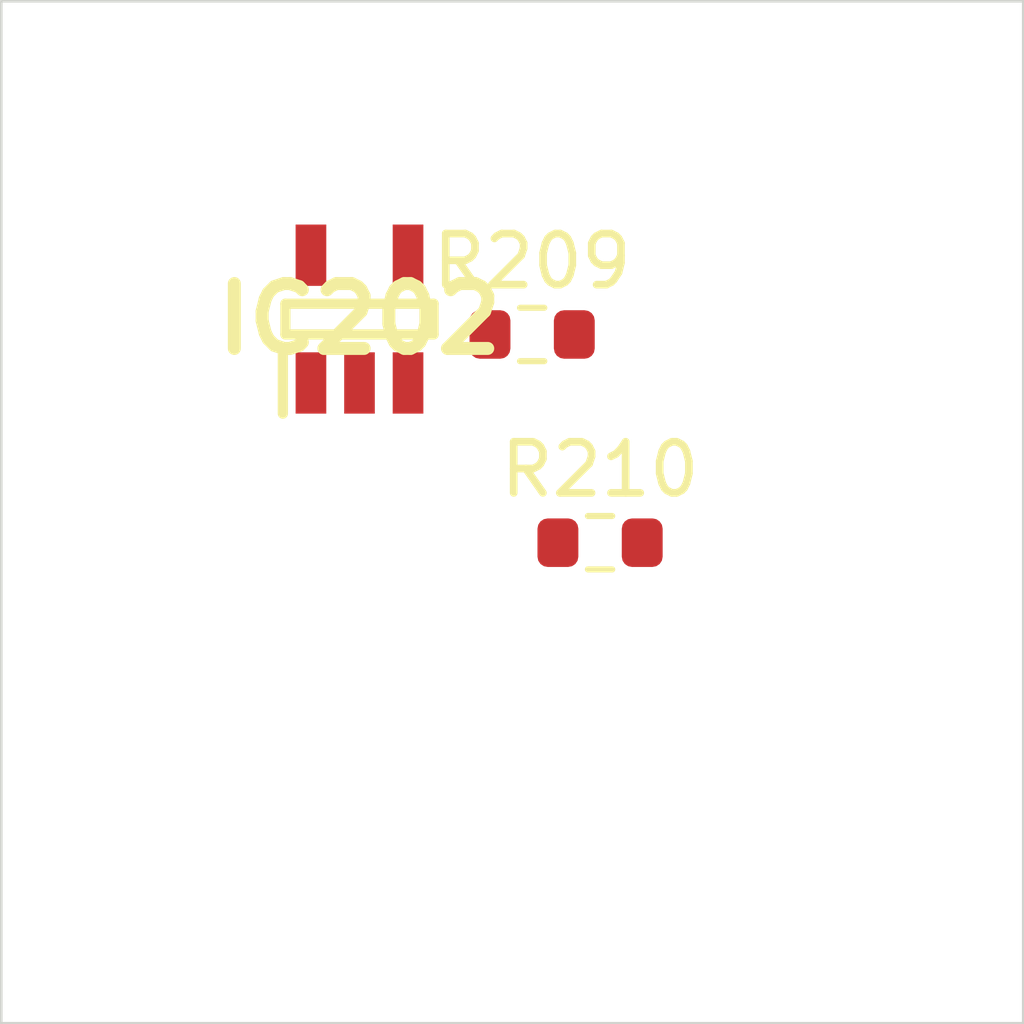
<source format=kicad_pcb>
 ( kicad_pcb  ( version 20171130 )
 ( host pcbnew 5.1.12-84ad8e8a86~92~ubuntu18.04.1 )
 ( general  ( thickness 1.6 )
 ( drawings 4 )
 ( tracks 0 )
 ( zones 0 )
 ( modules 3 )
 ( nets 5 )
)
 ( page A4 )
 ( layers  ( 0 F.Cu signal )
 ( 31 B.Cu signal )
 ( 32 B.Adhes user )
 ( 33 F.Adhes user )
 ( 34 B.Paste user )
 ( 35 F.Paste user )
 ( 36 B.SilkS user )
 ( 37 F.SilkS user )
 ( 38 B.Mask user )
 ( 39 F.Mask user )
 ( 40 Dwgs.User user )
 ( 41 Cmts.User user )
 ( 42 Eco1.User user )
 ( 43 Eco2.User user )
 ( 44 Edge.Cuts user )
 ( 45 Margin user )
 ( 46 B.CrtYd user )
 ( 47 F.CrtYd user )
 ( 48 B.Fab user )
 ( 49 F.Fab user )
)
 ( setup  ( last_trace_width 0.25 )
 ( trace_clearance 0.2 )
 ( zone_clearance 0.508 )
 ( zone_45_only no )
 ( trace_min 0.2 )
 ( via_size 0.8 )
 ( via_drill 0.4 )
 ( via_min_size 0.4 )
 ( via_min_drill 0.3 )
 ( uvia_size 0.3 )
 ( uvia_drill 0.1 )
 ( uvias_allowed no )
 ( uvia_min_size 0.2 )
 ( uvia_min_drill 0.1 )
 ( edge_width 0.05 )
 ( segment_width 0.2 )
 ( pcb_text_width 0.3 )
 ( pcb_text_size 1.5 1.5 )
 ( mod_edge_width 0.12 )
 ( mod_text_size 1 1 )
 ( mod_text_width 0.15 )
 ( pad_size 1.524 1.524 )
 ( pad_drill 0.762 )
 ( pad_to_mask_clearance 0 )
 ( aux_axis_origin 0 0 )
 ( visible_elements FFFFFF7F )
 ( pcbplotparams  ( layerselection 0x010fc_ffffffff )
 ( usegerberextensions false )
 ( usegerberattributes true )
 ( usegerberadvancedattributes true )
 ( creategerberjobfile true )
 ( excludeedgelayer true )
 ( linewidth 0.100000 )
 ( plotframeref false )
 ( viasonmask false )
 ( mode 1 )
 ( useauxorigin false )
 ( hpglpennumber 1 )
 ( hpglpenspeed 20 )
 ( hpglpendiameter 15.000000 )
 ( psnegative false )
 ( psa4output false )
 ( plotreference true )
 ( plotvalue true )
 ( plotinvisibletext false )
 ( padsonsilk false )
 ( subtractmaskfromsilk false )
 ( outputformat 1 )
 ( mirror false )
 ( drillshape 1 )
 ( scaleselection 1 )
 ( outputdirectory "" )
)
)
 ( net 0 "" )
 ( net 1 GND )
 ( net 2 VDDA )
 ( net 3 /Sheet6235D886/vp )
 ( net 4 "Net-(IC202-Pad3)" )
 ( net_class Default "This is the default net class."  ( clearance 0.2 )
 ( trace_width 0.25 )
 ( via_dia 0.8 )
 ( via_drill 0.4 )
 ( uvia_dia 0.3 )
 ( uvia_drill 0.1 )
 ( add_net /Sheet6235D886/vp )
 ( add_net GND )
 ( add_net "Net-(IC202-Pad3)" )
 ( add_net VDDA )
)
 ( module SOT95P280X145-5N locked  ( layer F.Cu )
 ( tedit 62336ED7 )
 ( tstamp 623423ED )
 ( at 87.010600 106.220000 90.000000 )
 ( descr DBV0005A )
 ( tags "Integrated Circuit" )
 ( path /6235D887/6266C08E )
 ( attr smd )
 ( fp_text reference IC202  ( at 0 0 )
 ( layer F.SilkS )
 ( effects  ( font  ( size 1.27 1.27 )
 ( thickness 0.254 )
)
)
)
 ( fp_text value TL071HIDBVR  ( at 0 0 )
 ( layer F.SilkS )
hide  ( effects  ( font  ( size 1.27 1.27 )
 ( thickness 0.254 )
)
)
)
 ( fp_line  ( start -1.85 -1.5 )
 ( end -0.65 -1.5 )
 ( layer F.SilkS )
 ( width 0.2 )
)
 ( fp_line  ( start -0.3 1.45 )
 ( end -0.3 -1.45 )
 ( layer F.SilkS )
 ( width 0.2 )
)
 ( fp_line  ( start 0.3 1.45 )
 ( end -0.3 1.45 )
 ( layer F.SilkS )
 ( width 0.2 )
)
 ( fp_line  ( start 0.3 -1.45 )
 ( end 0.3 1.45 )
 ( layer F.SilkS )
 ( width 0.2 )
)
 ( fp_line  ( start -0.3 -1.45 )
 ( end 0.3 -1.45 )
 ( layer F.SilkS )
 ( width 0.2 )
)
 ( fp_line  ( start -0.8 -0.5 )
 ( end 0.15 -1.45 )
 ( layer Dwgs.User )
 ( width 0.1 )
)
 ( fp_line  ( start -0.8 1.45 )
 ( end -0.8 -1.45 )
 ( layer Dwgs.User )
 ( width 0.1 )
)
 ( fp_line  ( start 0.8 1.45 )
 ( end -0.8 1.45 )
 ( layer Dwgs.User )
 ( width 0.1 )
)
 ( fp_line  ( start 0.8 -1.45 )
 ( end 0.8 1.45 )
 ( layer Dwgs.User )
 ( width 0.1 )
)
 ( fp_line  ( start -0.8 -1.45 )
 ( end 0.8 -1.45 )
 ( layer Dwgs.User )
 ( width 0.1 )
)
 ( fp_line  ( start -2.1 1.775 )
 ( end -2.1 -1.775 )
 ( layer Dwgs.User )
 ( width 0.05 )
)
 ( fp_line  ( start 2.1 1.775 )
 ( end -2.1 1.775 )
 ( layer Dwgs.User )
 ( width 0.05 )
)
 ( fp_line  ( start 2.1 -1.775 )
 ( end 2.1 1.775 )
 ( layer Dwgs.User )
 ( width 0.05 )
)
 ( fp_line  ( start -2.1 -1.775 )
 ( end 2.1 -1.775 )
 ( layer Dwgs.User )
 ( width 0.05 )
)
 ( pad 1 smd rect  ( at -1.25 -0.95 180.000000 )
 ( size 0.6 1.2 )
 ( layers F.Cu F.Mask F.Paste )
 ( net 3 /Sheet6235D886/vp )
)
 ( pad 2 smd rect  ( at -1.25 0 180.000000 )
 ( size 0.6 1.2 )
 ( layers F.Cu F.Mask F.Paste )
 ( net 1 GND )
)
 ( pad 3 smd rect  ( at -1.25 0.95 180.000000 )
 ( size 0.6 1.2 )
 ( layers F.Cu F.Mask F.Paste )
 ( net 4 "Net-(IC202-Pad3)" )
)
 ( pad 4 smd rect  ( at 1.25 0.95 180.000000 )
 ( size 0.6 1.2 )
 ( layers F.Cu F.Mask F.Paste )
 ( net 3 /Sheet6235D886/vp )
)
 ( pad 5 smd rect  ( at 1.25 -0.95 180.000000 )
 ( size 0.6 1.2 )
 ( layers F.Cu F.Mask F.Paste )
 ( net 2 VDDA )
)
)
 ( module Resistor_SMD:R_0603_1608Metric  ( layer F.Cu )
 ( tedit 5F68FEEE )
 ( tstamp 62342595 )
 ( at 90.389600 106.521000 )
 ( descr "Resistor SMD 0603 (1608 Metric), square (rectangular) end terminal, IPC_7351 nominal, (Body size source: IPC-SM-782 page 72, https://www.pcb-3d.com/wordpress/wp-content/uploads/ipc-sm-782a_amendment_1_and_2.pdf), generated with kicad-footprint-generator" )
 ( tags resistor )
 ( path /6235D887/623CDBD9 )
 ( attr smd )
 ( fp_text reference R209  ( at 0 -1.43 )
 ( layer F.SilkS )
 ( effects  ( font  ( size 1 1 )
 ( thickness 0.15 )
)
)
)
 ( fp_text value 100k  ( at 0 1.43 )
 ( layer F.Fab )
 ( effects  ( font  ( size 1 1 )
 ( thickness 0.15 )
)
)
)
 ( fp_line  ( start -0.8 0.4125 )
 ( end -0.8 -0.4125 )
 ( layer F.Fab )
 ( width 0.1 )
)
 ( fp_line  ( start -0.8 -0.4125 )
 ( end 0.8 -0.4125 )
 ( layer F.Fab )
 ( width 0.1 )
)
 ( fp_line  ( start 0.8 -0.4125 )
 ( end 0.8 0.4125 )
 ( layer F.Fab )
 ( width 0.1 )
)
 ( fp_line  ( start 0.8 0.4125 )
 ( end -0.8 0.4125 )
 ( layer F.Fab )
 ( width 0.1 )
)
 ( fp_line  ( start -0.237258 -0.5225 )
 ( end 0.237258 -0.5225 )
 ( layer F.SilkS )
 ( width 0.12 )
)
 ( fp_line  ( start -0.237258 0.5225 )
 ( end 0.237258 0.5225 )
 ( layer F.SilkS )
 ( width 0.12 )
)
 ( fp_line  ( start -1.48 0.73 )
 ( end -1.48 -0.73 )
 ( layer F.CrtYd )
 ( width 0.05 )
)
 ( fp_line  ( start -1.48 -0.73 )
 ( end 1.48 -0.73 )
 ( layer F.CrtYd )
 ( width 0.05 )
)
 ( fp_line  ( start 1.48 -0.73 )
 ( end 1.48 0.73 )
 ( layer F.CrtYd )
 ( width 0.05 )
)
 ( fp_line  ( start 1.48 0.73 )
 ( end -1.48 0.73 )
 ( layer F.CrtYd )
 ( width 0.05 )
)
 ( fp_text user %R  ( at 0 0 )
 ( layer F.Fab )
 ( effects  ( font  ( size 0.4 0.4 )
 ( thickness 0.06 )
)
)
)
 ( pad 1 smd roundrect  ( at -0.825 0 )
 ( size 0.8 0.95 )
 ( layers F.Cu F.Mask F.Paste )
 ( roundrect_rratio 0.25 )
 ( net 2 VDDA )
)
 ( pad 2 smd roundrect  ( at 0.825 0 )
 ( size 0.8 0.95 )
 ( layers F.Cu F.Mask F.Paste )
 ( roundrect_rratio 0.25 )
 ( net 4 "Net-(IC202-Pad3)" )
)
 ( model ${KISYS3DMOD}/Resistor_SMD.3dshapes/R_0603_1608Metric.wrl  ( at  ( xyz 0 0 0 )
)
 ( scale  ( xyz 1 1 1 )
)
 ( rotate  ( xyz 0 0 0 )
)
)
)
 ( module Resistor_SMD:R_0603_1608Metric  ( layer F.Cu )
 ( tedit 5F68FEEE )
 ( tstamp 623425A6 )
 ( at 91.718900 110.596000 )
 ( descr "Resistor SMD 0603 (1608 Metric), square (rectangular) end terminal, IPC_7351 nominal, (Body size source: IPC-SM-782 page 72, https://www.pcb-3d.com/wordpress/wp-content/uploads/ipc-sm-782a_amendment_1_and_2.pdf), generated with kicad-footprint-generator" )
 ( tags resistor )
 ( path /6235D887/623CDBDF )
 ( attr smd )
 ( fp_text reference R210  ( at 0 -1.43 )
 ( layer F.SilkS )
 ( effects  ( font  ( size 1 1 )
 ( thickness 0.15 )
)
)
)
 ( fp_text value 100k  ( at 0 1.43 )
 ( layer F.Fab )
 ( effects  ( font  ( size 1 1 )
 ( thickness 0.15 )
)
)
)
 ( fp_line  ( start 1.48 0.73 )
 ( end -1.48 0.73 )
 ( layer F.CrtYd )
 ( width 0.05 )
)
 ( fp_line  ( start 1.48 -0.73 )
 ( end 1.48 0.73 )
 ( layer F.CrtYd )
 ( width 0.05 )
)
 ( fp_line  ( start -1.48 -0.73 )
 ( end 1.48 -0.73 )
 ( layer F.CrtYd )
 ( width 0.05 )
)
 ( fp_line  ( start -1.48 0.73 )
 ( end -1.48 -0.73 )
 ( layer F.CrtYd )
 ( width 0.05 )
)
 ( fp_line  ( start -0.237258 0.5225 )
 ( end 0.237258 0.5225 )
 ( layer F.SilkS )
 ( width 0.12 )
)
 ( fp_line  ( start -0.237258 -0.5225 )
 ( end 0.237258 -0.5225 )
 ( layer F.SilkS )
 ( width 0.12 )
)
 ( fp_line  ( start 0.8 0.4125 )
 ( end -0.8 0.4125 )
 ( layer F.Fab )
 ( width 0.1 )
)
 ( fp_line  ( start 0.8 -0.4125 )
 ( end 0.8 0.4125 )
 ( layer F.Fab )
 ( width 0.1 )
)
 ( fp_line  ( start -0.8 -0.4125 )
 ( end 0.8 -0.4125 )
 ( layer F.Fab )
 ( width 0.1 )
)
 ( fp_line  ( start -0.8 0.4125 )
 ( end -0.8 -0.4125 )
 ( layer F.Fab )
 ( width 0.1 )
)
 ( fp_text user %R  ( at 0 0 )
 ( layer F.Fab )
 ( effects  ( font  ( size 0.4 0.4 )
 ( thickness 0.06 )
)
)
)
 ( pad 2 smd roundrect  ( at 0.825 0 )
 ( size 0.8 0.95 )
 ( layers F.Cu F.Mask F.Paste )
 ( roundrect_rratio 0.25 )
 ( net 1 GND )
)
 ( pad 1 smd roundrect  ( at -0.825 0 )
 ( size 0.8 0.95 )
 ( layers F.Cu F.Mask F.Paste )
 ( roundrect_rratio 0.25 )
 ( net 4 "Net-(IC202-Pad3)" )
)
 ( model ${KISYS3DMOD}/Resistor_SMD.3dshapes/R_0603_1608Metric.wrl  ( at  ( xyz 0 0 0 )
)
 ( scale  ( xyz 1 1 1 )
)
 ( rotate  ( xyz 0 0 0 )
)
)
)
 ( gr_line  ( start 100 100 )
 ( end 100 120 )
 ( layer Edge.Cuts )
 ( width 0.05 )
 ( tstamp 62E770C4 )
)
 ( gr_line  ( start 80 120 )
 ( end 100 120 )
 ( layer Edge.Cuts )
 ( width 0.05 )
 ( tstamp 62E770C0 )
)
 ( gr_line  ( start 80 100 )
 ( end 100 100 )
 ( layer Edge.Cuts )
 ( width 0.05 )
 ( tstamp 6234110C )
)
 ( gr_line  ( start 80 100 )
 ( end 80 120 )
 ( layer Edge.Cuts )
 ( width 0.05 )
)
)

</source>
